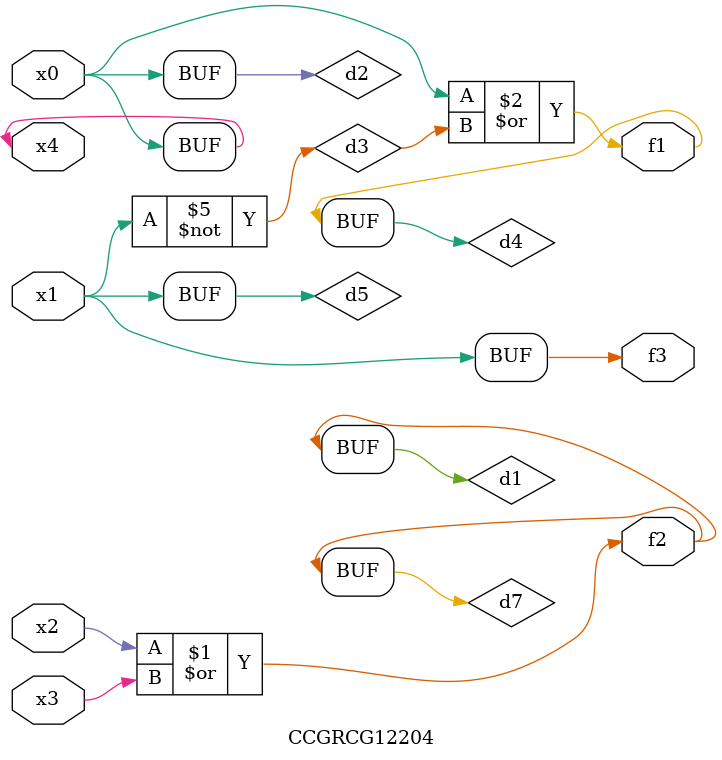
<source format=v>
module CCGRCG12204(
	input x0, x1, x2, x3, x4,
	output f1, f2, f3
);

	wire d1, d2, d3, d4, d5, d6, d7;

	or (d1, x2, x3);
	buf (d2, x0, x4);
	not (d3, x1);
	or (d4, d2, d3);
	not (d5, d3);
	nand (d6, d1, d3);
	or (d7, d1);
	assign f1 = d4;
	assign f2 = d7;
	assign f3 = d5;
endmodule

</source>
